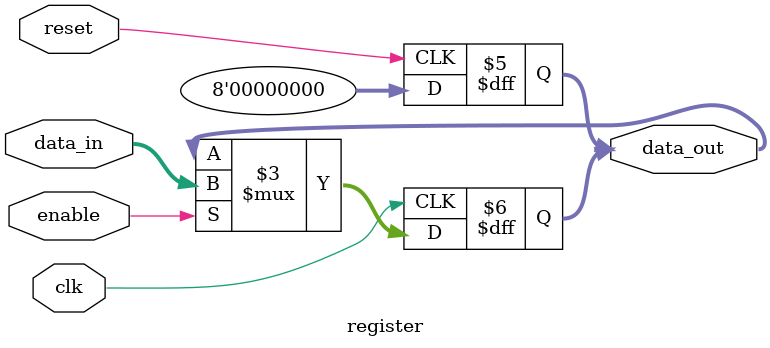
<source format=sv>
module register #(
    parameter WIDTH = 8
) (
    input logic clk,
    input logic enable,
    input logic reset,
    input logic [WIDTH-1:0] data_in,

    output logic [WIDTH-1:0] data_out
);
    
always @(posedge(clk)) begin
    if (enable)
        data_out <= data_in;
end

always @(posedge(reset)) begin
    data_out <= {WIDTH{1'b0}};
end

endmodule

</source>
